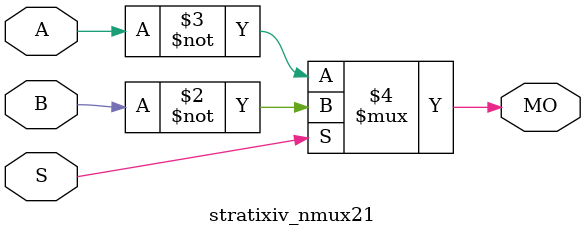
<source format=v>
module stratixiv_nmux21 (MO, A, B, S);
   input A, B, S; 
   output MO; 
   assign MO = (S == 1) ? ~B : ~A; 
endmodule
</source>
